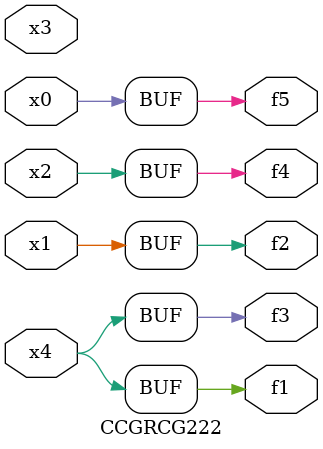
<source format=v>
module CCGRCG222(
	input x0, x1, x2, x3, x4,
	output f1, f2, f3, f4, f5
);
	assign f1 = x4;
	assign f2 = x1;
	assign f3 = x4;
	assign f4 = x2;
	assign f5 = x0;
endmodule

</source>
